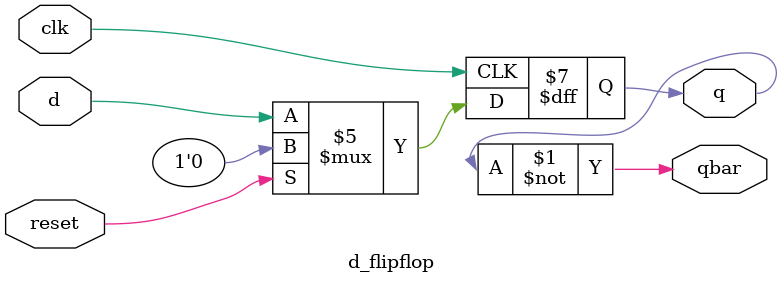
<source format=v>
`timescale 1ns / 1ps


module d_flipflop(d,clk,q,qbar,reset);
input d,clk,reset;
output reg q;
output qbar;
assign qbar=~q;
always @(posedge clk)
begin
if(reset==1'b1)
q=1'b0;
else
q=d;
end
endmodule

</source>
